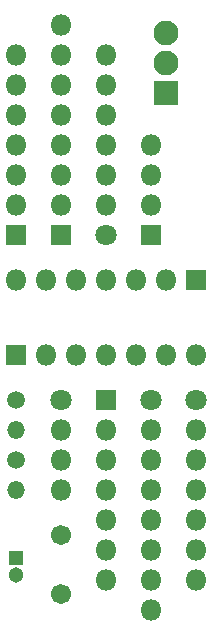
<source format=gbr>
G04 #@! TF.GenerationSoftware,KiCad,Pcbnew,(5.0.0)*
G04 #@! TF.CreationDate,2018-09-14T11:50:53-04:00*
G04 #@! TF.ProjectId,one-counter,6F6E652D636F756E7465722E6B696361,rev?*
G04 #@! TF.SameCoordinates,Original*
G04 #@! TF.FileFunction,Soldermask,Bot*
G04 #@! TF.FilePolarity,Negative*
%FSLAX46Y46*%
G04 Gerber Fmt 4.6, Leading zero omitted, Abs format (unit mm)*
G04 Created by KiCad (PCBNEW (5.0.0)) date 09/14/18 11:50:53*
%MOMM*%
%LPD*%
G01*
G04 APERTURE LIST*
%ADD10R,2.101600X2.101600*%
%ADD11C,2.101600*%
%ADD12R,1.801600X1.801600*%
%ADD13O,1.801600X1.801600*%
%ADD14C,1.801600*%
%ADD15R,1.301600X1.301600*%
%ADD16C,1.301600*%
%ADD17C,1.501600*%
%ADD18O,1.501600X1.501600*%
%ADD19C,1.701600*%
G04 APERTURE END LIST*
D10*
G04 #@! TO.C,U1*
X175260000Y-92075000D03*
D11*
X175260000Y-89535000D03*
X175260000Y-86995000D03*
G04 #@! TD*
D12*
G04 #@! TO.C,U8*
X162560000Y-104140000D03*
D13*
X162560000Y-101600000D03*
X162560000Y-99060000D03*
X162560000Y-96520000D03*
X162560000Y-93980000D03*
X162560000Y-91440000D03*
X162560000Y-88900000D03*
G04 #@! TD*
G04 #@! TO.C,J2*
X162560000Y-107950000D03*
X165100000Y-107950000D03*
X167640000Y-107950000D03*
X170180000Y-107950000D03*
X172720000Y-107950000D03*
X175260000Y-107950000D03*
D12*
X177800000Y-107950000D03*
G04 #@! TD*
G04 #@! TO.C,U4*
X170180000Y-118110000D03*
D13*
X170180000Y-120650000D03*
X170180000Y-123190000D03*
X170180000Y-125730000D03*
X170180000Y-128270000D03*
X170180000Y-130810000D03*
X170180000Y-133350000D03*
G04 #@! TD*
D12*
G04 #@! TO.C,U2*
X173990000Y-104140000D03*
D13*
X173990000Y-101600000D03*
X173990000Y-99060000D03*
X173990000Y-96520000D03*
G04 #@! TD*
D12*
G04 #@! TO.C,U6*
X166370000Y-104140000D03*
D13*
X166370000Y-101600000D03*
X166370000Y-99060000D03*
X166370000Y-96520000D03*
X166370000Y-93980000D03*
X166370000Y-91440000D03*
X166370000Y-88900000D03*
X166370000Y-86360000D03*
G04 #@! TD*
G04 #@! TO.C,U3*
X166370000Y-125730000D03*
X166370000Y-123190000D03*
X166370000Y-120650000D03*
D14*
X166370000Y-118110000D03*
G04 #@! TD*
D13*
G04 #@! TO.C,U5*
X170180000Y-88900000D03*
X170180000Y-91440000D03*
X170180000Y-93980000D03*
X170180000Y-96520000D03*
X170180000Y-99060000D03*
X170180000Y-101600000D03*
D14*
X170180000Y-104140000D03*
G04 #@! TD*
D13*
G04 #@! TO.C,U7*
X173990000Y-135890000D03*
X173990000Y-133350000D03*
X173990000Y-130810000D03*
X173990000Y-128270000D03*
X173990000Y-125730000D03*
X173990000Y-123190000D03*
X173990000Y-120650000D03*
D14*
X173990000Y-118110000D03*
G04 #@! TD*
G04 #@! TO.C,U9*
X177800000Y-118110000D03*
D13*
X177800000Y-120650000D03*
X177800000Y-123190000D03*
X177800000Y-125730000D03*
X177800000Y-128270000D03*
X177800000Y-130810000D03*
X177800000Y-133350000D03*
G04 #@! TD*
D15*
G04 #@! TO.C,C2*
X162560000Y-131445000D03*
D16*
X162560000Y-132945000D03*
G04 #@! TD*
D12*
G04 #@! TO.C,J1*
X162560000Y-114300000D03*
D13*
X165100000Y-114300000D03*
X167640000Y-114300000D03*
X170180000Y-114300000D03*
X172720000Y-114300000D03*
X175260000Y-114300000D03*
X177800000Y-114300000D03*
G04 #@! TD*
D17*
G04 #@! TO.C,R1*
X162560000Y-118110000D03*
D18*
X162560000Y-120650000D03*
G04 #@! TD*
G04 #@! TO.C,R2*
X162560000Y-125730000D03*
D17*
X162560000Y-123190000D03*
G04 #@! TD*
D19*
G04 #@! TO.C,C1*
X166370000Y-129540000D03*
X166370000Y-134540000D03*
G04 #@! TD*
M02*

</source>
